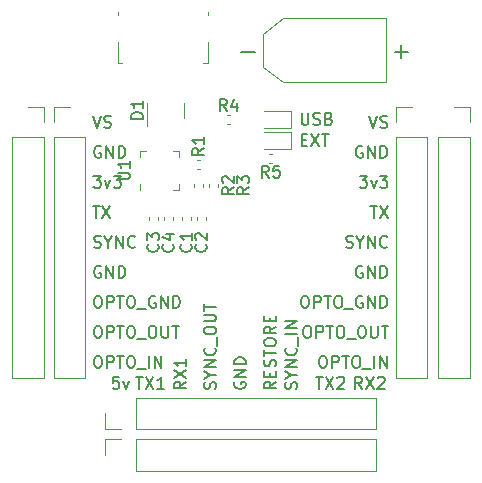
<source format=gbr>
%TF.GenerationSoftware,KiCad,Pcbnew,(6.0.6-1)-1*%
%TF.CreationDate,2022-08-24T14:22:51-07:00*%
%TF.ProjectId,VIO-Board-rounded,56494f2d-426f-4617-9264-2d726f756e64,rev?*%
%TF.SameCoordinates,Original*%
%TF.FileFunction,Legend,Top*%
%TF.FilePolarity,Positive*%
%FSLAX46Y46*%
G04 Gerber Fmt 4.6, Leading zero omitted, Abs format (unit mm)*
G04 Created by KiCad (PCBNEW (6.0.6-1)-1) date 2022-08-24 14:22:51*
%MOMM*%
%LPD*%
G01*
G04 APERTURE LIST*
%ADD10C,0.150000*%
%ADD11C,0.120000*%
G04 APERTURE END LIST*
D10*
X64280071Y-74890380D02*
X64470547Y-74890380D01*
X64565785Y-74938000D01*
X64661023Y-75033238D01*
X64708642Y-75223714D01*
X64708642Y-75557047D01*
X64661023Y-75747523D01*
X64565785Y-75842761D01*
X64470547Y-75890380D01*
X64280071Y-75890380D01*
X64184833Y-75842761D01*
X64089595Y-75747523D01*
X64041976Y-75557047D01*
X64041976Y-75223714D01*
X64089595Y-75033238D01*
X64184833Y-74938000D01*
X64280071Y-74890380D01*
X65137214Y-75890380D02*
X65137214Y-74890380D01*
X65518166Y-74890380D01*
X65613404Y-74938000D01*
X65661023Y-74985619D01*
X65708642Y-75080857D01*
X65708642Y-75223714D01*
X65661023Y-75318952D01*
X65613404Y-75366571D01*
X65518166Y-75414190D01*
X65137214Y-75414190D01*
X65994357Y-74890380D02*
X66565785Y-74890380D01*
X66280071Y-75890380D02*
X66280071Y-74890380D01*
X67089595Y-74890380D02*
X67280071Y-74890380D01*
X67375309Y-74938000D01*
X67470547Y-75033238D01*
X67518166Y-75223714D01*
X67518166Y-75557047D01*
X67470547Y-75747523D01*
X67375309Y-75842761D01*
X67280071Y-75890380D01*
X67089595Y-75890380D01*
X66994357Y-75842761D01*
X66899119Y-75747523D01*
X66851500Y-75557047D01*
X66851500Y-75223714D01*
X66899119Y-75033238D01*
X66994357Y-74938000D01*
X67089595Y-74890380D01*
X67708642Y-75985619D02*
X68470547Y-75985619D01*
X69232452Y-74938000D02*
X69137214Y-74890380D01*
X68994357Y-74890380D01*
X68851500Y-74938000D01*
X68756261Y-75033238D01*
X68708642Y-75128476D01*
X68661023Y-75318952D01*
X68661023Y-75461809D01*
X68708642Y-75652285D01*
X68756261Y-75747523D01*
X68851500Y-75842761D01*
X68994357Y-75890380D01*
X69089595Y-75890380D01*
X69232452Y-75842761D01*
X69280071Y-75795142D01*
X69280071Y-75461809D01*
X69089595Y-75461809D01*
X69708642Y-75890380D02*
X69708642Y-74890380D01*
X70280071Y-75890380D01*
X70280071Y-74890380D01*
X70756261Y-75890380D02*
X70756261Y-74890380D01*
X70994357Y-74890380D01*
X71137214Y-74938000D01*
X71232452Y-75033238D01*
X71280071Y-75128476D01*
X71327690Y-75318952D01*
X71327690Y-75461809D01*
X71280071Y-75652285D01*
X71232452Y-75747523D01*
X71137214Y-75842761D01*
X70994357Y-75890380D01*
X70756261Y-75890380D01*
X74318761Y-82770023D02*
X74366380Y-82627166D01*
X74366380Y-82389071D01*
X74318761Y-82293833D01*
X74271142Y-82246214D01*
X74175904Y-82198595D01*
X74080666Y-82198595D01*
X73985428Y-82246214D01*
X73937809Y-82293833D01*
X73890190Y-82389071D01*
X73842571Y-82579547D01*
X73794952Y-82674785D01*
X73747333Y-82722404D01*
X73652095Y-82770023D01*
X73556857Y-82770023D01*
X73461619Y-82722404D01*
X73414000Y-82674785D01*
X73366380Y-82579547D01*
X73366380Y-82341452D01*
X73414000Y-82198595D01*
X73890190Y-81579547D02*
X74366380Y-81579547D01*
X73366380Y-81912880D02*
X73890190Y-81579547D01*
X73366380Y-81246214D01*
X74366380Y-80912880D02*
X73366380Y-80912880D01*
X74366380Y-80341452D01*
X73366380Y-80341452D01*
X74271142Y-79293833D02*
X74318761Y-79341452D01*
X74366380Y-79484309D01*
X74366380Y-79579547D01*
X74318761Y-79722404D01*
X74223523Y-79817642D01*
X74128285Y-79865261D01*
X73937809Y-79912880D01*
X73794952Y-79912880D01*
X73604476Y-79865261D01*
X73509238Y-79817642D01*
X73414000Y-79722404D01*
X73366380Y-79579547D01*
X73366380Y-79484309D01*
X73414000Y-79341452D01*
X73461619Y-79293833D01*
X74461619Y-79103357D02*
X74461619Y-78341452D01*
X73366380Y-77912880D02*
X73366380Y-77722404D01*
X73414000Y-77627166D01*
X73509238Y-77531928D01*
X73699714Y-77484309D01*
X74033047Y-77484309D01*
X74223523Y-77531928D01*
X74318761Y-77627166D01*
X74366380Y-77722404D01*
X74366380Y-77912880D01*
X74318761Y-78008119D01*
X74223523Y-78103357D01*
X74033047Y-78150976D01*
X73699714Y-78150976D01*
X73509238Y-78103357D01*
X73414000Y-78008119D01*
X73366380Y-77912880D01*
X73366380Y-77055738D02*
X74175904Y-77055738D01*
X74271142Y-77008119D01*
X74318761Y-76960500D01*
X74366380Y-76865261D01*
X74366380Y-76674785D01*
X74318761Y-76579547D01*
X74271142Y-76531928D01*
X74175904Y-76484309D01*
X73366380Y-76484309D01*
X73366380Y-76150976D02*
X73366380Y-75579547D01*
X74366380Y-75865261D02*
X73366380Y-75865261D01*
X86532690Y-64730380D02*
X87151738Y-64730380D01*
X86818404Y-65111333D01*
X86961261Y-65111333D01*
X87056500Y-65158952D01*
X87104119Y-65206571D01*
X87151738Y-65301809D01*
X87151738Y-65539904D01*
X87104119Y-65635142D01*
X87056500Y-65682761D01*
X86961261Y-65730380D01*
X86675547Y-65730380D01*
X86580309Y-65682761D01*
X86532690Y-65635142D01*
X87485071Y-65063714D02*
X87723166Y-65730380D01*
X87961261Y-65063714D01*
X88246976Y-64730380D02*
X88866023Y-64730380D01*
X88532690Y-65111333D01*
X88675547Y-65111333D01*
X88770785Y-65158952D01*
X88818404Y-65206571D01*
X88866023Y-65301809D01*
X88866023Y-65539904D01*
X88818404Y-65635142D01*
X88770785Y-65682761D01*
X88675547Y-65730380D01*
X88389833Y-65730380D01*
X88294595Y-65682761D01*
X88246976Y-65635142D01*
X81818404Y-74890380D02*
X82008880Y-74890380D01*
X82104119Y-74938000D01*
X82199357Y-75033238D01*
X82246976Y-75223714D01*
X82246976Y-75557047D01*
X82199357Y-75747523D01*
X82104119Y-75842761D01*
X82008880Y-75890380D01*
X81818404Y-75890380D01*
X81723166Y-75842761D01*
X81627928Y-75747523D01*
X81580309Y-75557047D01*
X81580309Y-75223714D01*
X81627928Y-75033238D01*
X81723166Y-74938000D01*
X81818404Y-74890380D01*
X82675547Y-75890380D02*
X82675547Y-74890380D01*
X83056500Y-74890380D01*
X83151738Y-74938000D01*
X83199357Y-74985619D01*
X83246976Y-75080857D01*
X83246976Y-75223714D01*
X83199357Y-75318952D01*
X83151738Y-75366571D01*
X83056500Y-75414190D01*
X82675547Y-75414190D01*
X83532690Y-74890380D02*
X84104119Y-74890380D01*
X83818404Y-75890380D02*
X83818404Y-74890380D01*
X84627928Y-74890380D02*
X84818404Y-74890380D01*
X84913642Y-74938000D01*
X85008880Y-75033238D01*
X85056500Y-75223714D01*
X85056500Y-75557047D01*
X85008880Y-75747523D01*
X84913642Y-75842761D01*
X84818404Y-75890380D01*
X84627928Y-75890380D01*
X84532690Y-75842761D01*
X84437452Y-75747523D01*
X84389833Y-75557047D01*
X84389833Y-75223714D01*
X84437452Y-75033238D01*
X84532690Y-74938000D01*
X84627928Y-74890380D01*
X85246976Y-75985619D02*
X86008880Y-75985619D01*
X86770785Y-74938000D02*
X86675547Y-74890380D01*
X86532690Y-74890380D01*
X86389833Y-74938000D01*
X86294595Y-75033238D01*
X86246976Y-75128476D01*
X86199357Y-75318952D01*
X86199357Y-75461809D01*
X86246976Y-75652285D01*
X86294595Y-75747523D01*
X86389833Y-75842761D01*
X86532690Y-75890380D01*
X86627928Y-75890380D01*
X86770785Y-75842761D01*
X86818404Y-75795142D01*
X86818404Y-75461809D01*
X86627928Y-75461809D01*
X87246976Y-75890380D02*
X87246976Y-74890380D01*
X87818404Y-75890380D01*
X87818404Y-74890380D01*
X88294595Y-75890380D02*
X88294595Y-74890380D01*
X88532690Y-74890380D01*
X88675547Y-74938000D01*
X88770785Y-75033238D01*
X88818404Y-75128476D01*
X88866023Y-75318952D01*
X88866023Y-75461809D01*
X88818404Y-75652285D01*
X88770785Y-75747523D01*
X88675547Y-75842761D01*
X88532690Y-75890380D01*
X88294595Y-75890380D01*
X86733142Y-82748380D02*
X86399809Y-82272190D01*
X86161714Y-82748380D02*
X86161714Y-81748380D01*
X86542666Y-81748380D01*
X86637904Y-81796000D01*
X86685523Y-81843619D01*
X86733142Y-81938857D01*
X86733142Y-82081714D01*
X86685523Y-82176952D01*
X86637904Y-82224571D01*
X86542666Y-82272190D01*
X86161714Y-82272190D01*
X87066476Y-81748380D02*
X87733142Y-82748380D01*
X87733142Y-81748380D02*
X87066476Y-82748380D01*
X88066476Y-81843619D02*
X88114095Y-81796000D01*
X88209333Y-81748380D01*
X88447428Y-81748380D01*
X88542666Y-81796000D01*
X88590285Y-81843619D01*
X88637904Y-81938857D01*
X88637904Y-82034095D01*
X88590285Y-82176952D01*
X88018857Y-82748380D01*
X88637904Y-82748380D01*
X83342214Y-79970380D02*
X83532690Y-79970380D01*
X83627928Y-80018000D01*
X83723166Y-80113238D01*
X83770785Y-80303714D01*
X83770785Y-80637047D01*
X83723166Y-80827523D01*
X83627928Y-80922761D01*
X83532690Y-80970380D01*
X83342214Y-80970380D01*
X83246976Y-80922761D01*
X83151738Y-80827523D01*
X83104119Y-80637047D01*
X83104119Y-80303714D01*
X83151738Y-80113238D01*
X83246976Y-80018000D01*
X83342214Y-79970380D01*
X84199357Y-80970380D02*
X84199357Y-79970380D01*
X84580309Y-79970380D01*
X84675547Y-80018000D01*
X84723166Y-80065619D01*
X84770785Y-80160857D01*
X84770785Y-80303714D01*
X84723166Y-80398952D01*
X84675547Y-80446571D01*
X84580309Y-80494190D01*
X84199357Y-80494190D01*
X85056500Y-79970380D02*
X85627928Y-79970380D01*
X85342214Y-80970380D02*
X85342214Y-79970380D01*
X86151738Y-79970380D02*
X86342214Y-79970380D01*
X86437452Y-80018000D01*
X86532690Y-80113238D01*
X86580309Y-80303714D01*
X86580309Y-80637047D01*
X86532690Y-80827523D01*
X86437452Y-80922761D01*
X86342214Y-80970380D01*
X86151738Y-80970380D01*
X86056500Y-80922761D01*
X85961261Y-80827523D01*
X85913642Y-80637047D01*
X85913642Y-80303714D01*
X85961261Y-80113238D01*
X86056500Y-80018000D01*
X86151738Y-79970380D01*
X86770785Y-81065619D02*
X87532690Y-81065619D01*
X87770785Y-80970380D02*
X87770785Y-79970380D01*
X88246976Y-80970380D02*
X88246976Y-79970380D01*
X88818404Y-80970380D01*
X88818404Y-79970380D01*
X86770785Y-72398000D02*
X86675547Y-72350380D01*
X86532690Y-72350380D01*
X86389833Y-72398000D01*
X86294595Y-72493238D01*
X86246976Y-72588476D01*
X86199357Y-72778952D01*
X86199357Y-72921809D01*
X86246976Y-73112285D01*
X86294595Y-73207523D01*
X86389833Y-73302761D01*
X86532690Y-73350380D01*
X86627928Y-73350380D01*
X86770785Y-73302761D01*
X86818404Y-73255142D01*
X86818404Y-72921809D01*
X86627928Y-72921809D01*
X87246976Y-73350380D02*
X87246976Y-72350380D01*
X87818404Y-73350380D01*
X87818404Y-72350380D01*
X88294595Y-73350380D02*
X88294595Y-72350380D01*
X88532690Y-72350380D01*
X88675547Y-72398000D01*
X88770785Y-72493238D01*
X88818404Y-72588476D01*
X88866023Y-72778952D01*
X88866023Y-72921809D01*
X88818404Y-73112285D01*
X88770785Y-73207523D01*
X88675547Y-73302761D01*
X88532690Y-73350380D01*
X88294595Y-73350380D01*
X64613404Y-62238000D02*
X64518166Y-62190380D01*
X64375309Y-62190380D01*
X64232452Y-62238000D01*
X64137214Y-62333238D01*
X64089595Y-62428476D01*
X64041976Y-62618952D01*
X64041976Y-62761809D01*
X64089595Y-62952285D01*
X64137214Y-63047523D01*
X64232452Y-63142761D01*
X64375309Y-63190380D01*
X64470547Y-63190380D01*
X64613404Y-63142761D01*
X64661023Y-63095142D01*
X64661023Y-62761809D01*
X64470547Y-62761809D01*
X65089595Y-63190380D02*
X65089595Y-62190380D01*
X65661023Y-63190380D01*
X65661023Y-62190380D01*
X66137214Y-63190380D02*
X66137214Y-62190380D01*
X66375309Y-62190380D01*
X66518166Y-62238000D01*
X66613404Y-62333238D01*
X66661023Y-62428476D01*
X66708642Y-62618952D01*
X66708642Y-62761809D01*
X66661023Y-62952285D01*
X66613404Y-63047523D01*
X66518166Y-63142761D01*
X66375309Y-63190380D01*
X66137214Y-63190380D01*
X67595904Y-81748380D02*
X68167333Y-81748380D01*
X67881619Y-82748380D02*
X67881619Y-81748380D01*
X68405428Y-81748380D02*
X69072095Y-82748380D01*
X69072095Y-81748380D02*
X68405428Y-82748380D01*
X69976857Y-82748380D02*
X69405428Y-82748380D01*
X69691142Y-82748380D02*
X69691142Y-81748380D01*
X69595904Y-81891238D01*
X69500666Y-81986476D01*
X69405428Y-82034095D01*
X64280071Y-77430380D02*
X64470547Y-77430380D01*
X64565785Y-77478000D01*
X64661023Y-77573238D01*
X64708642Y-77763714D01*
X64708642Y-78097047D01*
X64661023Y-78287523D01*
X64565785Y-78382761D01*
X64470547Y-78430380D01*
X64280071Y-78430380D01*
X64184833Y-78382761D01*
X64089595Y-78287523D01*
X64041976Y-78097047D01*
X64041976Y-77763714D01*
X64089595Y-77573238D01*
X64184833Y-77478000D01*
X64280071Y-77430380D01*
X65137214Y-78430380D02*
X65137214Y-77430380D01*
X65518166Y-77430380D01*
X65613404Y-77478000D01*
X65661023Y-77525619D01*
X65708642Y-77620857D01*
X65708642Y-77763714D01*
X65661023Y-77858952D01*
X65613404Y-77906571D01*
X65518166Y-77954190D01*
X65137214Y-77954190D01*
X65994357Y-77430380D02*
X66565785Y-77430380D01*
X66280071Y-78430380D02*
X66280071Y-77430380D01*
X67089595Y-77430380D02*
X67280071Y-77430380D01*
X67375309Y-77478000D01*
X67470547Y-77573238D01*
X67518166Y-77763714D01*
X67518166Y-78097047D01*
X67470547Y-78287523D01*
X67375309Y-78382761D01*
X67280071Y-78430380D01*
X67089595Y-78430380D01*
X66994357Y-78382761D01*
X66899119Y-78287523D01*
X66851500Y-78097047D01*
X66851500Y-77763714D01*
X66899119Y-77573238D01*
X66994357Y-77478000D01*
X67089595Y-77430380D01*
X67708642Y-78525619D02*
X68470547Y-78525619D01*
X68899119Y-77430380D02*
X69089595Y-77430380D01*
X69184833Y-77478000D01*
X69280071Y-77573238D01*
X69327690Y-77763714D01*
X69327690Y-78097047D01*
X69280071Y-78287523D01*
X69184833Y-78382761D01*
X69089595Y-78430380D01*
X68899119Y-78430380D01*
X68803880Y-78382761D01*
X68708642Y-78287523D01*
X68661023Y-78097047D01*
X68661023Y-77763714D01*
X68708642Y-77573238D01*
X68803880Y-77478000D01*
X68899119Y-77430380D01*
X69756261Y-77430380D02*
X69756261Y-78239904D01*
X69803880Y-78335142D01*
X69851500Y-78382761D01*
X69946738Y-78430380D01*
X70137214Y-78430380D01*
X70232452Y-78382761D01*
X70280071Y-78335142D01*
X70327690Y-78239904D01*
X70327690Y-77430380D01*
X70661023Y-77430380D02*
X71232452Y-77430380D01*
X70946738Y-78430380D02*
X70946738Y-77430380D01*
X66151142Y-81748380D02*
X65674952Y-81748380D01*
X65627333Y-82224571D01*
X65674952Y-82176952D01*
X65770190Y-82129333D01*
X66008285Y-82129333D01*
X66103523Y-82176952D01*
X66151142Y-82224571D01*
X66198761Y-82319809D01*
X66198761Y-82557904D01*
X66151142Y-82653142D01*
X66103523Y-82700761D01*
X66008285Y-82748380D01*
X65770190Y-82748380D01*
X65674952Y-82700761D01*
X65627333Y-82653142D01*
X66532095Y-82081714D02*
X66770190Y-82748380D01*
X67008285Y-82081714D01*
X81176761Y-82770023D02*
X81224380Y-82627166D01*
X81224380Y-82389071D01*
X81176761Y-82293833D01*
X81129142Y-82246214D01*
X81033904Y-82198595D01*
X80938666Y-82198595D01*
X80843428Y-82246214D01*
X80795809Y-82293833D01*
X80748190Y-82389071D01*
X80700571Y-82579547D01*
X80652952Y-82674785D01*
X80605333Y-82722404D01*
X80510095Y-82770023D01*
X80414857Y-82770023D01*
X80319619Y-82722404D01*
X80272000Y-82674785D01*
X80224380Y-82579547D01*
X80224380Y-82341452D01*
X80272000Y-82198595D01*
X80748190Y-81579547D02*
X81224380Y-81579547D01*
X80224380Y-81912880D02*
X80748190Y-81579547D01*
X80224380Y-81246214D01*
X81224380Y-80912880D02*
X80224380Y-80912880D01*
X81224380Y-80341452D01*
X80224380Y-80341452D01*
X81129142Y-79293833D02*
X81176761Y-79341452D01*
X81224380Y-79484309D01*
X81224380Y-79579547D01*
X81176761Y-79722404D01*
X81081523Y-79817642D01*
X80986285Y-79865261D01*
X80795809Y-79912880D01*
X80652952Y-79912880D01*
X80462476Y-79865261D01*
X80367238Y-79817642D01*
X80272000Y-79722404D01*
X80224380Y-79579547D01*
X80224380Y-79484309D01*
X80272000Y-79341452D01*
X80319619Y-79293833D01*
X81319619Y-79103357D02*
X81319619Y-78341452D01*
X81224380Y-78103357D02*
X80224380Y-78103357D01*
X81224380Y-77627166D02*
X80224380Y-77627166D01*
X81224380Y-77055738D01*
X80224380Y-77055738D01*
X81615595Y-59396380D02*
X81615595Y-60205904D01*
X81663214Y-60301142D01*
X81710833Y-60348761D01*
X81806071Y-60396380D01*
X81996547Y-60396380D01*
X82091785Y-60348761D01*
X82139404Y-60301142D01*
X82187023Y-60205904D01*
X82187023Y-59396380D01*
X82615595Y-60348761D02*
X82758452Y-60396380D01*
X82996547Y-60396380D01*
X83091785Y-60348761D01*
X83139404Y-60301142D01*
X83187023Y-60205904D01*
X83187023Y-60110666D01*
X83139404Y-60015428D01*
X83091785Y-59967809D01*
X82996547Y-59920190D01*
X82806071Y-59872571D01*
X82710833Y-59824952D01*
X82663214Y-59777333D01*
X82615595Y-59682095D01*
X82615595Y-59586857D01*
X82663214Y-59491619D01*
X82710833Y-59444000D01*
X82806071Y-59396380D01*
X83044166Y-59396380D01*
X83187023Y-59444000D01*
X83948928Y-59872571D02*
X84091785Y-59920190D01*
X84139404Y-59967809D01*
X84187023Y-60063047D01*
X84187023Y-60205904D01*
X84139404Y-60301142D01*
X84091785Y-60348761D01*
X83996547Y-60396380D01*
X83615595Y-60396380D01*
X83615595Y-59396380D01*
X83948928Y-59396380D01*
X84044166Y-59444000D01*
X84091785Y-59491619D01*
X84139404Y-59586857D01*
X84139404Y-59682095D01*
X84091785Y-59777333D01*
X84044166Y-59824952D01*
X83948928Y-59872571D01*
X83615595Y-59872571D01*
X64041976Y-70762761D02*
X64184833Y-70810380D01*
X64422928Y-70810380D01*
X64518166Y-70762761D01*
X64565785Y-70715142D01*
X64613404Y-70619904D01*
X64613404Y-70524666D01*
X64565785Y-70429428D01*
X64518166Y-70381809D01*
X64422928Y-70334190D01*
X64232452Y-70286571D01*
X64137214Y-70238952D01*
X64089595Y-70191333D01*
X64041976Y-70096095D01*
X64041976Y-70000857D01*
X64089595Y-69905619D01*
X64137214Y-69858000D01*
X64232452Y-69810380D01*
X64470547Y-69810380D01*
X64613404Y-69858000D01*
X65232452Y-70334190D02*
X65232452Y-70810380D01*
X64899119Y-69810380D02*
X65232452Y-70334190D01*
X65565785Y-69810380D01*
X65899119Y-70810380D02*
X65899119Y-69810380D01*
X66470547Y-70810380D01*
X66470547Y-69810380D01*
X67518166Y-70715142D02*
X67470547Y-70762761D01*
X67327690Y-70810380D01*
X67232452Y-70810380D01*
X67089595Y-70762761D01*
X66994357Y-70667523D01*
X66946738Y-70572285D01*
X66899119Y-70381809D01*
X66899119Y-70238952D01*
X66946738Y-70048476D01*
X66994357Y-69953238D01*
X67089595Y-69858000D01*
X67232452Y-69810380D01*
X67327690Y-69810380D01*
X67470547Y-69858000D01*
X67518166Y-69905619D01*
X79446380Y-82150976D02*
X78970190Y-82484309D01*
X79446380Y-82722404D02*
X78446380Y-82722404D01*
X78446380Y-82341452D01*
X78494000Y-82246214D01*
X78541619Y-82198595D01*
X78636857Y-82150976D01*
X78779714Y-82150976D01*
X78874952Y-82198595D01*
X78922571Y-82246214D01*
X78970190Y-82341452D01*
X78970190Y-82722404D01*
X78922571Y-81722404D02*
X78922571Y-81389071D01*
X79446380Y-81246214D02*
X79446380Y-81722404D01*
X78446380Y-81722404D01*
X78446380Y-81246214D01*
X79398761Y-80865261D02*
X79446380Y-80722404D01*
X79446380Y-80484309D01*
X79398761Y-80389071D01*
X79351142Y-80341452D01*
X79255904Y-80293833D01*
X79160666Y-80293833D01*
X79065428Y-80341452D01*
X79017809Y-80389071D01*
X78970190Y-80484309D01*
X78922571Y-80674785D01*
X78874952Y-80770023D01*
X78827333Y-80817642D01*
X78732095Y-80865261D01*
X78636857Y-80865261D01*
X78541619Y-80817642D01*
X78494000Y-80770023D01*
X78446380Y-80674785D01*
X78446380Y-80436690D01*
X78494000Y-80293833D01*
X78446380Y-80008119D02*
X78446380Y-79436690D01*
X79446380Y-79722404D02*
X78446380Y-79722404D01*
X78446380Y-78912880D02*
X78446380Y-78722404D01*
X78494000Y-78627166D01*
X78589238Y-78531928D01*
X78779714Y-78484309D01*
X79113047Y-78484309D01*
X79303523Y-78531928D01*
X79398761Y-78627166D01*
X79446380Y-78722404D01*
X79446380Y-78912880D01*
X79398761Y-79008119D01*
X79303523Y-79103357D01*
X79113047Y-79150976D01*
X78779714Y-79150976D01*
X78589238Y-79103357D01*
X78494000Y-79008119D01*
X78446380Y-78912880D01*
X79446380Y-77484309D02*
X78970190Y-77817642D01*
X79446380Y-78055738D02*
X78446380Y-78055738D01*
X78446380Y-77674785D01*
X78494000Y-77579547D01*
X78541619Y-77531928D01*
X78636857Y-77484309D01*
X78779714Y-77484309D01*
X78874952Y-77531928D01*
X78922571Y-77579547D01*
X78970190Y-77674785D01*
X78970190Y-78055738D01*
X78922571Y-77055738D02*
X78922571Y-76722404D01*
X79446380Y-76579547D02*
X79446380Y-77055738D01*
X78446380Y-77055738D01*
X78446380Y-76579547D01*
X87437452Y-67270380D02*
X88008880Y-67270380D01*
X87723166Y-68270380D02*
X87723166Y-67270380D01*
X88246976Y-67270380D02*
X88913642Y-68270380D01*
X88913642Y-67270380D02*
X88246976Y-68270380D01*
X82835904Y-81748380D02*
X83407333Y-81748380D01*
X83121619Y-82748380D02*
X83121619Y-81748380D01*
X83645428Y-81748380D02*
X84312095Y-82748380D01*
X84312095Y-81748380D02*
X83645428Y-82748380D01*
X84645428Y-81843619D02*
X84693047Y-81796000D01*
X84788285Y-81748380D01*
X85026380Y-81748380D01*
X85121619Y-81796000D01*
X85169238Y-81843619D01*
X85216857Y-81938857D01*
X85216857Y-82034095D01*
X85169238Y-82176952D01*
X84597809Y-82748380D01*
X85216857Y-82748380D01*
X87342214Y-59650380D02*
X87675547Y-60650380D01*
X88008880Y-59650380D01*
X88294595Y-60602761D02*
X88437452Y-60650380D01*
X88675547Y-60650380D01*
X88770785Y-60602761D01*
X88818404Y-60555142D01*
X88866023Y-60459904D01*
X88866023Y-60364666D01*
X88818404Y-60269428D01*
X88770785Y-60221809D01*
X88675547Y-60174190D01*
X88485071Y-60126571D01*
X88389833Y-60078952D01*
X88342214Y-60031333D01*
X88294595Y-59936095D01*
X88294595Y-59840857D01*
X88342214Y-59745619D01*
X88389833Y-59698000D01*
X88485071Y-59650380D01*
X88723166Y-59650380D01*
X88866023Y-59698000D01*
X86770785Y-62238000D02*
X86675547Y-62190380D01*
X86532690Y-62190380D01*
X86389833Y-62238000D01*
X86294595Y-62333238D01*
X86246976Y-62428476D01*
X86199357Y-62618952D01*
X86199357Y-62761809D01*
X86246976Y-62952285D01*
X86294595Y-63047523D01*
X86389833Y-63142761D01*
X86532690Y-63190380D01*
X86627928Y-63190380D01*
X86770785Y-63142761D01*
X86818404Y-63095142D01*
X86818404Y-62761809D01*
X86627928Y-62761809D01*
X87246976Y-63190380D02*
X87246976Y-62190380D01*
X87818404Y-63190380D01*
X87818404Y-62190380D01*
X88294595Y-63190380D02*
X88294595Y-62190380D01*
X88532690Y-62190380D01*
X88675547Y-62238000D01*
X88770785Y-62333238D01*
X88818404Y-62428476D01*
X88866023Y-62618952D01*
X88866023Y-62761809D01*
X88818404Y-62952285D01*
X88770785Y-63047523D01*
X88675547Y-63142761D01*
X88532690Y-63190380D01*
X88294595Y-63190380D01*
X63946738Y-59650380D02*
X64280071Y-60650380D01*
X64613404Y-59650380D01*
X64899119Y-60602761D02*
X65041976Y-60650380D01*
X65280071Y-60650380D01*
X65375309Y-60602761D01*
X65422928Y-60555142D01*
X65470547Y-60459904D01*
X65470547Y-60364666D01*
X65422928Y-60269428D01*
X65375309Y-60221809D01*
X65280071Y-60174190D01*
X65089595Y-60126571D01*
X64994357Y-60078952D01*
X64946738Y-60031333D01*
X64899119Y-59936095D01*
X64899119Y-59840857D01*
X64946738Y-59745619D01*
X64994357Y-59698000D01*
X65089595Y-59650380D01*
X65327690Y-59650380D01*
X65470547Y-59698000D01*
X64280071Y-79970380D02*
X64470547Y-79970380D01*
X64565785Y-80018000D01*
X64661023Y-80113238D01*
X64708642Y-80303714D01*
X64708642Y-80637047D01*
X64661023Y-80827523D01*
X64565785Y-80922761D01*
X64470547Y-80970380D01*
X64280071Y-80970380D01*
X64184833Y-80922761D01*
X64089595Y-80827523D01*
X64041976Y-80637047D01*
X64041976Y-80303714D01*
X64089595Y-80113238D01*
X64184833Y-80018000D01*
X64280071Y-79970380D01*
X65137214Y-80970380D02*
X65137214Y-79970380D01*
X65518166Y-79970380D01*
X65613404Y-80018000D01*
X65661023Y-80065619D01*
X65708642Y-80160857D01*
X65708642Y-80303714D01*
X65661023Y-80398952D01*
X65613404Y-80446571D01*
X65518166Y-80494190D01*
X65137214Y-80494190D01*
X65994357Y-79970380D02*
X66565785Y-79970380D01*
X66280071Y-80970380D02*
X66280071Y-79970380D01*
X67089595Y-79970380D02*
X67280071Y-79970380D01*
X67375309Y-80018000D01*
X67470547Y-80113238D01*
X67518166Y-80303714D01*
X67518166Y-80637047D01*
X67470547Y-80827523D01*
X67375309Y-80922761D01*
X67280071Y-80970380D01*
X67089595Y-80970380D01*
X66994357Y-80922761D01*
X66899119Y-80827523D01*
X66851500Y-80637047D01*
X66851500Y-80303714D01*
X66899119Y-80113238D01*
X66994357Y-80018000D01*
X67089595Y-79970380D01*
X67708642Y-81065619D02*
X68470547Y-81065619D01*
X68708642Y-80970380D02*
X68708642Y-79970380D01*
X69184833Y-80970380D02*
X69184833Y-79970380D01*
X69756261Y-80970380D01*
X69756261Y-79970380D01*
X75954000Y-82198595D02*
X75906380Y-82293833D01*
X75906380Y-82436690D01*
X75954000Y-82579547D01*
X76049238Y-82674785D01*
X76144476Y-82722404D01*
X76334952Y-82770023D01*
X76477809Y-82770023D01*
X76668285Y-82722404D01*
X76763523Y-82674785D01*
X76858761Y-82579547D01*
X76906380Y-82436690D01*
X76906380Y-82341452D01*
X76858761Y-82198595D01*
X76811142Y-82150976D01*
X76477809Y-82150976D01*
X76477809Y-82341452D01*
X76906380Y-81722404D02*
X75906380Y-81722404D01*
X76906380Y-81150976D01*
X75906380Y-81150976D01*
X76906380Y-80674785D02*
X75906380Y-80674785D01*
X75906380Y-80436690D01*
X75954000Y-80293833D01*
X76049238Y-80198595D01*
X76144476Y-80150976D01*
X76334952Y-80103357D01*
X76477809Y-80103357D01*
X76668285Y-80150976D01*
X76763523Y-80198595D01*
X76858761Y-80293833D01*
X76906380Y-80436690D01*
X76906380Y-80674785D01*
X71826380Y-82150976D02*
X71350190Y-82484309D01*
X71826380Y-82722404D02*
X70826380Y-82722404D01*
X70826380Y-82341452D01*
X70874000Y-82246214D01*
X70921619Y-82198595D01*
X71016857Y-82150976D01*
X71159714Y-82150976D01*
X71254952Y-82198595D01*
X71302571Y-82246214D01*
X71350190Y-82341452D01*
X71350190Y-82722404D01*
X70826380Y-81817642D02*
X71826380Y-81150976D01*
X70826380Y-81150976D02*
X71826380Y-81817642D01*
X71826380Y-80246214D02*
X71826380Y-80817642D01*
X71826380Y-80531928D02*
X70826380Y-80531928D01*
X70969238Y-80627166D01*
X71064476Y-80722404D01*
X71112095Y-80817642D01*
X82008880Y-77430380D02*
X82199357Y-77430380D01*
X82294595Y-77478000D01*
X82389833Y-77573238D01*
X82437452Y-77763714D01*
X82437452Y-78097047D01*
X82389833Y-78287523D01*
X82294595Y-78382761D01*
X82199357Y-78430380D01*
X82008880Y-78430380D01*
X81913642Y-78382761D01*
X81818404Y-78287523D01*
X81770785Y-78097047D01*
X81770785Y-77763714D01*
X81818404Y-77573238D01*
X81913642Y-77478000D01*
X82008880Y-77430380D01*
X82866023Y-78430380D02*
X82866023Y-77430380D01*
X83246976Y-77430380D01*
X83342214Y-77478000D01*
X83389833Y-77525619D01*
X83437452Y-77620857D01*
X83437452Y-77763714D01*
X83389833Y-77858952D01*
X83342214Y-77906571D01*
X83246976Y-77954190D01*
X82866023Y-77954190D01*
X83723166Y-77430380D02*
X84294595Y-77430380D01*
X84008880Y-78430380D02*
X84008880Y-77430380D01*
X84818404Y-77430380D02*
X85008880Y-77430380D01*
X85104119Y-77478000D01*
X85199357Y-77573238D01*
X85246976Y-77763714D01*
X85246976Y-78097047D01*
X85199357Y-78287523D01*
X85104119Y-78382761D01*
X85008880Y-78430380D01*
X84818404Y-78430380D01*
X84723166Y-78382761D01*
X84627928Y-78287523D01*
X84580309Y-78097047D01*
X84580309Y-77763714D01*
X84627928Y-77573238D01*
X84723166Y-77478000D01*
X84818404Y-77430380D01*
X85437452Y-78525619D02*
X86199357Y-78525619D01*
X86627928Y-77430380D02*
X86818404Y-77430380D01*
X86913642Y-77478000D01*
X87008880Y-77573238D01*
X87056500Y-77763714D01*
X87056500Y-78097047D01*
X87008880Y-78287523D01*
X86913642Y-78382761D01*
X86818404Y-78430380D01*
X86627928Y-78430380D01*
X86532690Y-78382761D01*
X86437452Y-78287523D01*
X86389833Y-78097047D01*
X86389833Y-77763714D01*
X86437452Y-77573238D01*
X86532690Y-77478000D01*
X86627928Y-77430380D01*
X87485071Y-77430380D02*
X87485071Y-78239904D01*
X87532690Y-78335142D01*
X87580309Y-78382761D01*
X87675547Y-78430380D01*
X87866023Y-78430380D01*
X87961261Y-78382761D01*
X88008880Y-78335142D01*
X88056500Y-78239904D01*
X88056500Y-77430380D01*
X88389833Y-77430380D02*
X88961261Y-77430380D01*
X88675547Y-78430380D02*
X88675547Y-77430380D01*
X63946738Y-67270380D02*
X64518166Y-67270380D01*
X64232452Y-68270380D02*
X64232452Y-67270380D01*
X64756261Y-67270380D02*
X65422928Y-68270380D01*
X65422928Y-67270380D02*
X64756261Y-68270380D01*
X81615595Y-61650571D02*
X81948928Y-61650571D01*
X82091785Y-62174380D02*
X81615595Y-62174380D01*
X81615595Y-61174380D01*
X82091785Y-61174380D01*
X82425119Y-61174380D02*
X83091785Y-62174380D01*
X83091785Y-61174380D02*
X82425119Y-62174380D01*
X83329880Y-61174380D02*
X83901309Y-61174380D01*
X83615595Y-62174380D02*
X83615595Y-61174380D01*
X64613404Y-72398000D02*
X64518166Y-72350380D01*
X64375309Y-72350380D01*
X64232452Y-72398000D01*
X64137214Y-72493238D01*
X64089595Y-72588476D01*
X64041976Y-72778952D01*
X64041976Y-72921809D01*
X64089595Y-73112285D01*
X64137214Y-73207523D01*
X64232452Y-73302761D01*
X64375309Y-73350380D01*
X64470547Y-73350380D01*
X64613404Y-73302761D01*
X64661023Y-73255142D01*
X64661023Y-72921809D01*
X64470547Y-72921809D01*
X65089595Y-73350380D02*
X65089595Y-72350380D01*
X65661023Y-73350380D01*
X65661023Y-72350380D01*
X66137214Y-73350380D02*
X66137214Y-72350380D01*
X66375309Y-72350380D01*
X66518166Y-72398000D01*
X66613404Y-72493238D01*
X66661023Y-72588476D01*
X66708642Y-72778952D01*
X66708642Y-72921809D01*
X66661023Y-73112285D01*
X66613404Y-73207523D01*
X66518166Y-73302761D01*
X66375309Y-73350380D01*
X66137214Y-73350380D01*
X63994357Y-64730380D02*
X64613404Y-64730380D01*
X64280071Y-65111333D01*
X64422928Y-65111333D01*
X64518166Y-65158952D01*
X64565785Y-65206571D01*
X64613404Y-65301809D01*
X64613404Y-65539904D01*
X64565785Y-65635142D01*
X64518166Y-65682761D01*
X64422928Y-65730380D01*
X64137214Y-65730380D01*
X64041976Y-65682761D01*
X63994357Y-65635142D01*
X64946738Y-65063714D02*
X65184833Y-65730380D01*
X65422928Y-65063714D01*
X65708642Y-64730380D02*
X66327690Y-64730380D01*
X65994357Y-65111333D01*
X66137214Y-65111333D01*
X66232452Y-65158952D01*
X66280071Y-65206571D01*
X66327690Y-65301809D01*
X66327690Y-65539904D01*
X66280071Y-65635142D01*
X66232452Y-65682761D01*
X66137214Y-65730380D01*
X65851500Y-65730380D01*
X65756261Y-65682761D01*
X65708642Y-65635142D01*
X85389833Y-70762761D02*
X85532690Y-70810380D01*
X85770785Y-70810380D01*
X85866023Y-70762761D01*
X85913642Y-70715142D01*
X85961261Y-70619904D01*
X85961261Y-70524666D01*
X85913642Y-70429428D01*
X85866023Y-70381809D01*
X85770785Y-70334190D01*
X85580309Y-70286571D01*
X85485071Y-70238952D01*
X85437452Y-70191333D01*
X85389833Y-70096095D01*
X85389833Y-70000857D01*
X85437452Y-69905619D01*
X85485071Y-69858000D01*
X85580309Y-69810380D01*
X85818404Y-69810380D01*
X85961261Y-69858000D01*
X86580309Y-70334190D02*
X86580309Y-70810380D01*
X86246976Y-69810380D02*
X86580309Y-70334190D01*
X86913642Y-69810380D01*
X87246976Y-70810380D02*
X87246976Y-69810380D01*
X87818404Y-70810380D01*
X87818404Y-69810380D01*
X88866023Y-70715142D02*
X88818404Y-70762761D01*
X88675547Y-70810380D01*
X88580309Y-70810380D01*
X88437452Y-70762761D01*
X88342214Y-70667523D01*
X88294595Y-70572285D01*
X88246976Y-70381809D01*
X88246976Y-70238952D01*
X88294595Y-70048476D01*
X88342214Y-69953238D01*
X88437452Y-69858000D01*
X88580309Y-69810380D01*
X88675547Y-69810380D01*
X88818404Y-69858000D01*
X88866023Y-69905619D01*
%TO.C,R5*%
X78827333Y-64868380D02*
X78494000Y-64392190D01*
X78255904Y-64868380D02*
X78255904Y-63868380D01*
X78636857Y-63868380D01*
X78732095Y-63916000D01*
X78779714Y-63963619D01*
X78827333Y-64058857D01*
X78827333Y-64201714D01*
X78779714Y-64296952D01*
X78732095Y-64344571D01*
X78636857Y-64392190D01*
X78255904Y-64392190D01*
X79732095Y-63868380D02*
X79255904Y-63868380D01*
X79208285Y-64344571D01*
X79255904Y-64296952D01*
X79351142Y-64249333D01*
X79589238Y-64249333D01*
X79684476Y-64296952D01*
X79732095Y-64344571D01*
X79779714Y-64439809D01*
X79779714Y-64677904D01*
X79732095Y-64773142D01*
X79684476Y-64820761D01*
X79589238Y-64868380D01*
X79351142Y-64868380D01*
X79255904Y-64820761D01*
X79208285Y-64773142D01*
%TO.C,C4*%
X70715142Y-70524666D02*
X70762761Y-70572285D01*
X70810380Y-70715142D01*
X70810380Y-70810380D01*
X70762761Y-70953238D01*
X70667523Y-71048476D01*
X70572285Y-71096095D01*
X70381809Y-71143714D01*
X70238952Y-71143714D01*
X70048476Y-71096095D01*
X69953238Y-71048476D01*
X69858000Y-70953238D01*
X69810380Y-70810380D01*
X69810380Y-70715142D01*
X69858000Y-70572285D01*
X69905619Y-70524666D01*
X70143714Y-69667523D02*
X70810380Y-69667523D01*
X69762761Y-69905619D02*
X70477047Y-70143714D01*
X70477047Y-69524666D01*
%TO.C,D1*%
X68176380Y-59900095D02*
X67176380Y-59900095D01*
X67176380Y-59662000D01*
X67224000Y-59519142D01*
X67319238Y-59423904D01*
X67414476Y-59376285D01*
X67604952Y-59328666D01*
X67747809Y-59328666D01*
X67938285Y-59376285D01*
X68033523Y-59423904D01*
X68128761Y-59519142D01*
X68176380Y-59662000D01*
X68176380Y-59900095D01*
X68176380Y-58376285D02*
X68176380Y-58947714D01*
X68176380Y-58662000D02*
X67176380Y-58662000D01*
X67319238Y-58757238D01*
X67414476Y-58852476D01*
X67462095Y-58947714D01*
%TO.C,R2*%
X75890380Y-65698666D02*
X75414190Y-66032000D01*
X75890380Y-66270095D02*
X74890380Y-66270095D01*
X74890380Y-65889142D01*
X74938000Y-65793904D01*
X74985619Y-65746285D01*
X75080857Y-65698666D01*
X75223714Y-65698666D01*
X75318952Y-65746285D01*
X75366571Y-65793904D01*
X75414190Y-65889142D01*
X75414190Y-66270095D01*
X74985619Y-65317714D02*
X74938000Y-65270095D01*
X74890380Y-65174857D01*
X74890380Y-64936761D01*
X74938000Y-64841523D01*
X74985619Y-64793904D01*
X75080857Y-64746285D01*
X75176095Y-64746285D01*
X75318952Y-64793904D01*
X75890380Y-65365333D01*
X75890380Y-64746285D01*
%TO.C,C2*%
X73509142Y-70524666D02*
X73556761Y-70572285D01*
X73604380Y-70715142D01*
X73604380Y-70810380D01*
X73556761Y-70953238D01*
X73461523Y-71048476D01*
X73366285Y-71096095D01*
X73175809Y-71143714D01*
X73032952Y-71143714D01*
X72842476Y-71096095D01*
X72747238Y-71048476D01*
X72652000Y-70953238D01*
X72604380Y-70810380D01*
X72604380Y-70715142D01*
X72652000Y-70572285D01*
X72699619Y-70524666D01*
X72699619Y-70143714D02*
X72652000Y-70096095D01*
X72604380Y-70000857D01*
X72604380Y-69762761D01*
X72652000Y-69667523D01*
X72699619Y-69619904D01*
X72794857Y-69572285D01*
X72890095Y-69572285D01*
X73032952Y-69619904D01*
X73604380Y-70191333D01*
X73604380Y-69572285D01*
%TO.C,U1*%
X66048380Y-65023904D02*
X66857904Y-65023904D01*
X66953142Y-64976285D01*
X67000761Y-64928666D01*
X67048380Y-64833428D01*
X67048380Y-64642952D01*
X67000761Y-64547714D01*
X66953142Y-64500095D01*
X66857904Y-64452476D01*
X66048380Y-64452476D01*
X67048380Y-63452476D02*
X67048380Y-64023904D01*
X67048380Y-63738190D02*
X66048380Y-63738190D01*
X66191238Y-63833428D01*
X66286476Y-63928666D01*
X66334095Y-64023904D01*
%TO.C,R3*%
X77160380Y-65698666D02*
X76684190Y-66032000D01*
X77160380Y-66270095D02*
X76160380Y-66270095D01*
X76160380Y-65889142D01*
X76208000Y-65793904D01*
X76255619Y-65746285D01*
X76350857Y-65698666D01*
X76493714Y-65698666D01*
X76588952Y-65746285D01*
X76636571Y-65793904D01*
X76684190Y-65889142D01*
X76684190Y-66270095D01*
X76160380Y-65365333D02*
X76160380Y-64746285D01*
X76541333Y-65079619D01*
X76541333Y-64936761D01*
X76588952Y-64841523D01*
X76636571Y-64793904D01*
X76731809Y-64746285D01*
X76969904Y-64746285D01*
X77065142Y-64793904D01*
X77112761Y-64841523D01*
X77160380Y-64936761D01*
X77160380Y-65222476D01*
X77112761Y-65317714D01*
X77065142Y-65365333D01*
%TO.C,R4*%
X75271333Y-59226380D02*
X74938000Y-58750190D01*
X74699904Y-59226380D02*
X74699904Y-58226380D01*
X75080857Y-58226380D01*
X75176095Y-58274000D01*
X75223714Y-58321619D01*
X75271333Y-58416857D01*
X75271333Y-58559714D01*
X75223714Y-58654952D01*
X75176095Y-58702571D01*
X75080857Y-58750190D01*
X74699904Y-58750190D01*
X76128476Y-58559714D02*
X76128476Y-59226380D01*
X75890380Y-58178761D02*
X75652285Y-58893047D01*
X76271333Y-58893047D01*
%TO.C,J1*%
X76494571Y-54209142D02*
X77637428Y-54209142D01*
X89494571Y-54209142D02*
X90637428Y-54209142D01*
X90066000Y-54780571D02*
X90066000Y-53637714D01*
%TO.C,C1*%
X72239142Y-70524666D02*
X72286761Y-70572285D01*
X72334380Y-70715142D01*
X72334380Y-70810380D01*
X72286761Y-70953238D01*
X72191523Y-71048476D01*
X72096285Y-71096095D01*
X71905809Y-71143714D01*
X71762952Y-71143714D01*
X71572476Y-71096095D01*
X71477238Y-71048476D01*
X71382000Y-70953238D01*
X71334380Y-70810380D01*
X71334380Y-70715142D01*
X71382000Y-70572285D01*
X71429619Y-70524666D01*
X72334380Y-69572285D02*
X72334380Y-70143714D01*
X72334380Y-69858000D02*
X71334380Y-69858000D01*
X71477238Y-69953238D01*
X71572476Y-70048476D01*
X71620095Y-70143714D01*
%TO.C,R1*%
X73350380Y-62396666D02*
X72874190Y-62730000D01*
X73350380Y-62968095D02*
X72350380Y-62968095D01*
X72350380Y-62587142D01*
X72398000Y-62491904D01*
X72445619Y-62444285D01*
X72540857Y-62396666D01*
X72683714Y-62396666D01*
X72778952Y-62444285D01*
X72826571Y-62491904D01*
X72874190Y-62587142D01*
X72874190Y-62968095D01*
X73350380Y-61444285D02*
X73350380Y-62015714D01*
X73350380Y-61730000D02*
X72350380Y-61730000D01*
X72493238Y-61825238D01*
X72588476Y-61920476D01*
X72636095Y-62015714D01*
%TO.C,C3*%
X69445142Y-70524666D02*
X69492761Y-70572285D01*
X69540380Y-70715142D01*
X69540380Y-70810380D01*
X69492761Y-70953238D01*
X69397523Y-71048476D01*
X69302285Y-71096095D01*
X69111809Y-71143714D01*
X68968952Y-71143714D01*
X68778476Y-71096095D01*
X68683238Y-71048476D01*
X68588000Y-70953238D01*
X68540380Y-70810380D01*
X68540380Y-70715142D01*
X68588000Y-70572285D01*
X68635619Y-70524666D01*
X68540380Y-70191333D02*
X68540380Y-69572285D01*
X68921333Y-69905619D01*
X68921333Y-69762761D01*
X68968952Y-69667523D01*
X69016571Y-69619904D01*
X69111809Y-69572285D01*
X69349904Y-69572285D01*
X69445142Y-69619904D01*
X69492761Y-69667523D01*
X69540380Y-69762761D01*
X69540380Y-70048476D01*
X69492761Y-70143714D01*
X69445142Y-70191333D01*
D11*
%TO.C,R5*%
X79147641Y-63626000D02*
X78840359Y-63626000D01*
X79147641Y-62866000D02*
X78840359Y-62866000D01*
%TO.C,C4*%
X69998000Y-68218164D02*
X69998000Y-68433836D01*
X70718000Y-68218164D02*
X70718000Y-68433836D01*
%TO.C,D2*%
X80733000Y-60679000D02*
X80733000Y-59209000D01*
X80733000Y-59209000D02*
X78448000Y-59209000D01*
X78448000Y-60679000D02*
X80733000Y-60679000D01*
%TO.C,D1*%
X68544000Y-58532000D02*
X68544000Y-60532000D01*
X71664000Y-59832000D02*
X71664000Y-58532000D01*
%TO.C,J6*%
X57115000Y-61478008D02*
X59775000Y-61478008D01*
X57115000Y-61478008D02*
X57115000Y-81858008D01*
X59775000Y-61478008D02*
X59775000Y-81858008D01*
X58445000Y-58878008D02*
X59775000Y-58878008D01*
X57115000Y-81858008D02*
X59775000Y-81858008D01*
X59775000Y-58878008D02*
X59775000Y-60208008D01*
%TO.C,R2*%
X74548000Y-65685641D02*
X74548000Y-65378359D01*
X73788000Y-65685641D02*
X73788000Y-65378359D01*
%TO.C,J4*%
X89602000Y-61478000D02*
X89602000Y-81858000D01*
X89602000Y-58878000D02*
X90932000Y-58878000D01*
X89602000Y-60208000D02*
X89602000Y-58878000D01*
X89602000Y-81858000D02*
X92262000Y-81858000D01*
X89602000Y-61478000D02*
X92262000Y-61478000D01*
X92262000Y-61478000D02*
X92262000Y-81858000D01*
%TO.C,J5*%
X67574000Y-83506000D02*
X87954000Y-83506000D01*
X66304000Y-86166000D02*
X64974000Y-86166000D01*
X67574000Y-86166000D02*
X67574000Y-83506000D01*
X67574000Y-86166000D02*
X87954000Y-86166000D01*
X87954000Y-86166000D02*
X87954000Y-83506000D01*
X64974000Y-86166000D02*
X64974000Y-84836000D01*
%TO.C,C2*%
X72792000Y-68218164D02*
X72792000Y-68433836D01*
X73512000Y-68218164D02*
X73512000Y-68433836D01*
%TO.C,D3*%
X80733000Y-60987000D02*
X78448000Y-60987000D01*
X80733000Y-62457000D02*
X80733000Y-60987000D01*
X78448000Y-62457000D02*
X80733000Y-62457000D01*
%TO.C,U1*%
X67936000Y-63102000D02*
X67936000Y-62602000D01*
X71256000Y-62602000D02*
X70756000Y-62602000D01*
X71256000Y-65422000D02*
X71256000Y-65922000D01*
X67936000Y-62602000D02*
X68436000Y-62602000D01*
X67936000Y-65922000D02*
X67936000Y-65422000D01*
X71256000Y-65922000D02*
X70756000Y-65922000D01*
X71256000Y-63102000D02*
X71256000Y-62602000D01*
%TO.C,R3*%
X72518000Y-65378359D02*
X72518000Y-65685641D01*
X73278000Y-65378359D02*
X73278000Y-65685641D01*
%TO.C,J2*%
X66040000Y-51092000D02*
X66040000Y-50832000D01*
X66040000Y-55142000D02*
X66040000Y-53372000D01*
X73660000Y-55142000D02*
X73280000Y-55142000D01*
X73660000Y-53372000D02*
X73660000Y-55142000D01*
X73660000Y-50832000D02*
X73660000Y-51092000D01*
X66040000Y-55142000D02*
X66420000Y-55142000D01*
%TO.C,R4*%
X75284359Y-59564000D02*
X75591641Y-59564000D01*
X75284359Y-60324000D02*
X75591641Y-60324000D01*
%TO.C,J1*%
X80056000Y-56812000D02*
X88776000Y-56812000D01*
X80056000Y-51392000D02*
X88776000Y-51392000D01*
X78356000Y-52692000D02*
X80056000Y-51392000D01*
X88776000Y-51392000D02*
X88776000Y-56812000D01*
X78356000Y-52692000D02*
X78356000Y-55512000D01*
X78356000Y-55512000D02*
X80056000Y-56812000D01*
%TO.C,C1*%
X71522000Y-68218164D02*
X71522000Y-68433836D01*
X72242000Y-68218164D02*
X72242000Y-68433836D01*
%TO.C,J7*%
X93182994Y-61478008D02*
X93182994Y-81858008D01*
X95842994Y-58878008D02*
X95842994Y-60208008D01*
X95842994Y-61478008D02*
X95842994Y-81858008D01*
X94512994Y-58878008D02*
X95842994Y-58878008D01*
X93182994Y-61478008D02*
X95842994Y-61478008D01*
X93182994Y-81858008D02*
X95842994Y-81858008D01*
%TO.C,R1*%
X73051641Y-64134000D02*
X72744359Y-64134000D01*
X73051641Y-63374000D02*
X72744359Y-63374000D01*
%TO.C,J8*%
X64974000Y-88367000D02*
X64974000Y-87037000D01*
X87954000Y-89697000D02*
X87954000Y-87037000D01*
X67574000Y-89697000D02*
X87954000Y-89697000D01*
X64974000Y-87037000D02*
X66304000Y-87037000D01*
X67574000Y-89697000D02*
X67574000Y-87037000D01*
X67574000Y-87037000D02*
X87954000Y-87037000D01*
%TO.C,J3*%
X60646000Y-58878008D02*
X61976000Y-58878008D01*
X60646000Y-60208008D02*
X60646000Y-58878008D01*
X60646000Y-61478008D02*
X60646000Y-81858008D01*
X60646000Y-81858008D02*
X63306000Y-81858008D01*
X63306000Y-61478008D02*
X63306000Y-81858008D01*
X60646000Y-61478008D02*
X63306000Y-61478008D01*
%TO.C,C3*%
X69448000Y-68218164D02*
X69448000Y-68433836D01*
X68728000Y-68218164D02*
X68728000Y-68433836D01*
%TD*%
M02*

</source>
